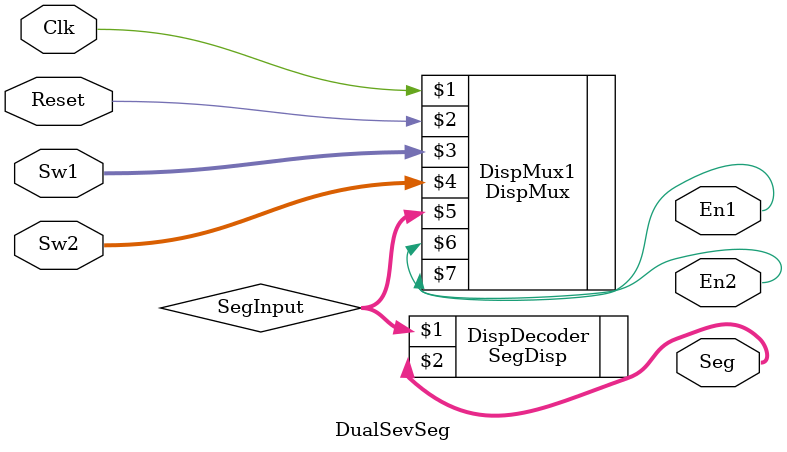
<source format=sv>

module DualSevSeg(
	input  logic       Clk, Reset,
	input  logic [3:0] Sw1, Sw2,
	output logic [6:0] Seg,
	output logic       En1, En2);
	
	// Internal nets
	logic [3:0]  SegInput;
	
	// Initialize modules
	DispMux DispMux1(Clk, Reset, Sw1, Sw2, SegInput, En1, En2);
	SegDisp DispDecoder(SegInput, Seg);
	
endmodule
	

</source>
